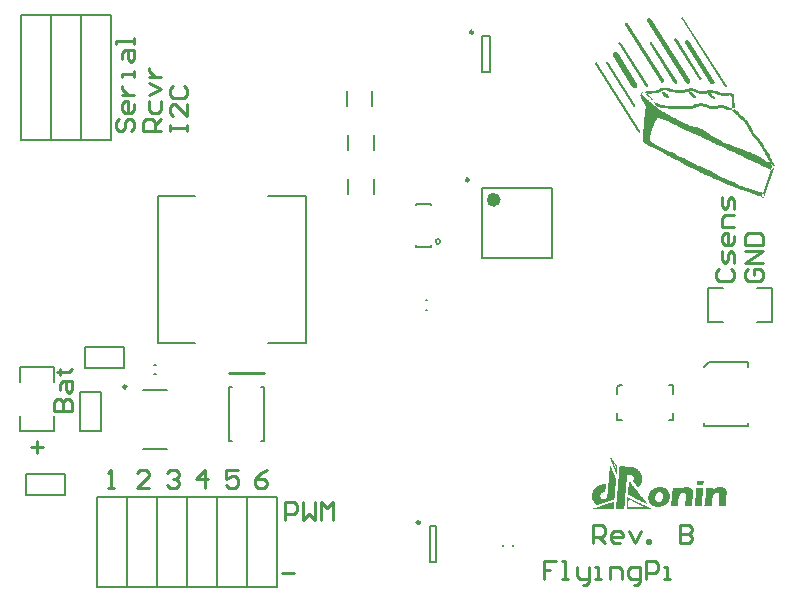
<source format=gto>
G04 Layer_Color=15132400*
%FSLAX25Y25*%
%MOIN*%
G70*
G01*
G75*
%ADD36C,0.01000*%
%ADD57C,0.00500*%
%ADD58C,0.00984*%
%ADD59C,0.02362*%
%ADD60C,0.00800*%
%ADD61C,0.00787*%
%ADD62C,0.00600*%
G36*
X231832Y210745D02*
X231945Y210689D01*
X232115Y210519D01*
X232171Y210463D01*
X245110Y190066D01*
X245166Y189897D01*
Y189840D01*
X245223Y189727D01*
Y189671D01*
X245166Y189388D01*
X245110Y189219D01*
X245053Y189106D01*
X244997Y189049D01*
X244827Y188936D01*
X244658Y188880D01*
X244488D01*
X244206Y188936D01*
X244093D01*
X243923Y189106D01*
X243867Y189219D01*
X230928Y209615D01*
X230872Y209728D01*
X230815Y209785D01*
Y209954D01*
Y210011D01*
X230872Y210237D01*
X230928Y210406D01*
X230985Y210519D01*
Y210576D01*
X231154Y210689D01*
X231380Y210802D01*
X231606D01*
X231832Y210745D01*
D02*
G37*
G36*
X232510Y202722D02*
X232680Y202609D01*
X232736Y202553D01*
X240872Y189614D01*
X240929Y189558D01*
Y189501D01*
X240985Y189445D01*
Y189388D01*
Y189219D01*
X240929Y189106D01*
X240872Y188993D01*
X240816D01*
X240646Y188880D01*
X240533D01*
X240364Y188936D01*
X240307D01*
X240138Y189049D01*
X240081Y189106D01*
X231945Y201988D01*
X231889Y202044D01*
X231832Y202101D01*
Y202214D01*
Y202270D01*
X231889Y202553D01*
X231945Y202609D01*
X232058Y202722D01*
X232171Y202779D01*
X232454D01*
X232510Y202722D01*
D02*
G37*
G36*
X244488Y203400D02*
X244601Y203344D01*
X244884Y203231D01*
X244940Y203174D01*
Y203118D01*
X253359Y189897D01*
X253415Y189784D01*
Y189727D01*
X253472Y189558D01*
Y189501D01*
X253415Y189219D01*
X253359Y189049D01*
X253246Y188936D01*
X253189Y188880D01*
X253020Y188767D01*
X252850Y188710D01*
X252681D01*
X252398Y188767D01*
X252229D01*
X252059Y188936D01*
X252003Y189049D01*
X243641Y202270D01*
X243584Y202383D01*
X243528Y202440D01*
Y202666D01*
Y202722D01*
X243584Y202948D01*
X243641Y203061D01*
X243697Y203174D01*
Y203231D01*
X243867Y203344D01*
X244036Y203457D01*
X244262D01*
X244488Y203400D01*
D02*
G37*
G36*
X219930Y49171D02*
X219896Y48948D01*
X219879Y48777D01*
X219862Y48605D01*
Y48485D01*
X219844Y48417D01*
Y48382D01*
X219810Y47937D01*
X219793Y47732D01*
X219776Y47543D01*
X219759Y47389D01*
Y47252D01*
X219742Y47183D01*
Y47149D01*
X212650D01*
X212992Y47269D01*
X213335Y47372D01*
X213643Y47492D01*
X213917Y47577D01*
X214140Y47663D01*
X214329Y47732D01*
X214397Y47749D01*
X214448Y47766D01*
X214466Y47783D01*
X214483D01*
X214825Y47903D01*
X215151Y48006D01*
X215459Y48108D01*
X215733Y48194D01*
X215956Y48280D01*
X216144Y48331D01*
X216213Y48348D01*
X216264Y48365D01*
X216281Y48382D01*
X216299D01*
X216641Y48502D01*
X216984Y48605D01*
X217292Y48708D01*
X217566Y48811D01*
X217789Y48879D01*
X217977Y48948D01*
X218046Y48965D01*
X218097Y48982D01*
X218114Y48999D01*
X218131D01*
X218474Y49119D01*
X218799Y49222D01*
X219108Y49325D01*
X219382Y49427D01*
X219622Y49496D01*
X219810Y49564D01*
X219879Y49582D01*
X219930Y49599D01*
X219947Y49616D01*
X219964D01*
X219930Y49171D01*
D02*
G37*
G36*
X240703Y203965D02*
X240816Y203852D01*
X240872Y203796D01*
X249065Y190914D01*
X249121Y190857D01*
Y190801D01*
Y190688D01*
Y190631D01*
Y190462D01*
X249065Y190349D01*
X249008Y190292D01*
X248952Y190236D01*
X248726Y190123D01*
X248613D01*
X248443Y190179D01*
X248387D01*
X248330Y190292D01*
X248274Y190349D01*
X240025Y203287D01*
Y203344D01*
X239968D01*
Y203513D01*
Y203570D01*
X240025Y203796D01*
X240081Y203852D01*
X240194Y203965D01*
X240307Y204022D01*
X240646D01*
X240703Y203965D01*
D02*
G37*
G36*
X224318Y209107D02*
X224431Y208994D01*
X224487Y208937D01*
Y208881D01*
X236522Y190010D01*
Y189897D01*
Y189840D01*
X236578Y189727D01*
Y189671D01*
Y189501D01*
X236522Y189388D01*
X236465Y189332D01*
X236409Y189275D01*
X236296Y189162D01*
X236183Y189106D01*
X236070D01*
X235844Y189162D01*
X235731D01*
X235674Y189219D01*
X235561Y189332D01*
X235505Y189388D01*
Y189445D01*
X223527Y208316D01*
X223470Y208372D01*
Y208429D01*
Y208542D01*
Y208598D01*
X223527Y208881D01*
X223583Y208994D01*
X223696Y209107D01*
X223866Y209163D01*
X224261D01*
X224318Y209107D01*
D02*
G37*
G36*
X242850Y211028D02*
X242963Y210971D01*
X243019Y210915D01*
X257427Y188202D01*
Y188145D01*
Y188089D01*
Y188032D01*
X257370Y187863D01*
X257314Y187806D01*
X257201Y187693D01*
X257088D01*
X256975Y187750D01*
X256918D01*
X256862Y187806D01*
X256805Y187863D01*
X242454Y210576D01*
X242398Y210632D01*
Y210689D01*
Y210745D01*
X242454Y210915D01*
Y210971D01*
X242624Y211084D01*
X242793D01*
X242850Y211028D01*
D02*
G37*
G36*
X237595Y187524D02*
X238386Y187411D01*
X238669Y187354D01*
X238895Y187241D01*
X239064Y187185D01*
X239121D01*
X240025Y186902D01*
X240420Y186789D01*
X240816Y186733D01*
X241098Y186676D01*
X241324Y186620D01*
X242285D01*
X242511Y186676D01*
X242624D01*
X243019Y186789D01*
X243415Y186846D01*
X243641Y186959D01*
X243754D01*
X244149Y187072D01*
X244545Y187185D01*
X244771Y187298D01*
X244884D01*
X245336Y187411D01*
X246070D01*
X246409Y187298D01*
X246692Y187185D01*
X246918Y187128D01*
X246974Y187072D01*
X247257Y186959D01*
X247483Y186846D01*
X247652Y186789D01*
X247709Y186733D01*
X247991Y186620D01*
X248217Y186507D01*
X248330Y186450D01*
X248387D01*
X248669Y186394D01*
X248895Y186337D01*
X249065Y186281D01*
X249799D01*
X250082Y186394D01*
X250308Y186450D01*
X250477Y186507D01*
X250534D01*
X250816Y186620D01*
X251099Y186733D01*
X251325Y186789D01*
X251381D01*
X251833Y186846D01*
X252229D01*
X252511Y186789D01*
X252624D01*
X253472Y186563D01*
X253867Y186450D01*
X254206Y186394D01*
X254432Y186281D01*
X254658Y186168D01*
X254771Y186111D01*
X254828D01*
X255562Y185829D01*
X256240Y185716D01*
X256466Y185659D01*
X256692Y185603D01*
X256862D01*
X257088Y185659D01*
X257201D01*
X257483Y185716D01*
X257596Y185772D01*
X257653D01*
X258048Y185885D01*
X258726D01*
X258952Y185829D01*
X259009D01*
X259178Y185772D01*
X259348Y185659D01*
X259404Y185603D01*
X259461Y185546D01*
X259743Y185320D01*
X259856Y185264D01*
Y185207D01*
X259913Y184868D01*
X259969Y184755D01*
Y184699D01*
X260026Y184416D01*
X260082Y184303D01*
Y184247D01*
Y183908D01*
Y183625D01*
Y183399D01*
Y183343D01*
Y183060D01*
Y182891D01*
Y182778D01*
Y182721D01*
X260139Y182552D01*
Y182382D01*
X260195Y182213D01*
Y182156D01*
X260252Y181874D01*
Y181591D01*
Y181422D01*
Y181309D01*
X260195Y181026D01*
X260139Y180970D01*
Y180913D01*
X260082Y180631D01*
X260026Y180687D01*
X259969Y180744D01*
X259800D01*
X259743Y180800D01*
X259517D01*
X259404Y180744D01*
X259291Y180631D01*
X259235Y180518D01*
X259178Y180292D01*
Y180235D01*
X259235Y180066D01*
X259291Y180009D01*
X259319Y179981D01*
X259235Y179953D01*
X258387D01*
X258161Y180009D01*
X258048D01*
X257709Y180122D01*
X257427Y180235D01*
X257201Y180348D01*
X257144D01*
X256862Y180518D01*
X256579Y180631D01*
X256353Y180687D01*
X256297D01*
X256014Y180800D01*
X255788Y180857D01*
X255054D01*
X254941Y180800D01*
X254884D01*
X254602Y180744D01*
X254489Y180687D01*
X254432D01*
X254150Y180574D01*
X253924Y180518D01*
X253754Y180461D01*
X253698D01*
X253415Y180405D01*
X252737D01*
X252285Y180461D01*
X251890Y180574D01*
X251607Y180631D01*
X251494Y180687D01*
X251099Y180857D01*
X250760Y180970D01*
X250534Y181083D01*
X250477D01*
X250082Y181252D01*
X249743Y181309D01*
X249517Y181365D01*
X249460D01*
X249178Y181422D01*
X248613D01*
X247878Y181252D01*
X247200Y181026D01*
X246918Y180913D01*
X246692Y180857D01*
X246579Y180800D01*
X246522D01*
X245731Y180574D01*
X244997Y180461D01*
X244714Y180405D01*
X240307D01*
X239516Y180461D01*
X238838Y180518D01*
X238273Y180574D01*
X237765Y180631D01*
X237426Y180687D01*
X237143Y180744D01*
X237087D01*
X236578Y180800D01*
X236126D01*
X235844Y180857D01*
X235731D01*
X235222Y180970D01*
X234601Y181139D01*
X234375Y181196D01*
X234149Y181309D01*
X234036Y181365D01*
X234019D01*
X233923Y181535D01*
X233810Y181648D01*
Y181704D01*
X233640Y182100D01*
X233471Y182382D01*
X233301Y182891D01*
X233245Y183004D01*
X233075Y183117D01*
X232849Y183286D01*
X232567Y183512D01*
X232510Y183569D01*
X232341Y183738D01*
X232115Y183964D01*
X231832Y184247D01*
X231776Y184303D01*
X231550Y184473D01*
X231324Y184699D01*
X231098Y184868D01*
X231041Y184925D01*
X230985Y185038D01*
X230646Y185320D01*
X230872D01*
X230928Y185377D01*
X231211D01*
X231315Y185403D01*
X231154Y185546D01*
X230702Y185885D01*
X230307Y186055D01*
X229968Y186111D01*
X230307Y186224D01*
X230646Y186281D01*
X230872Y186337D01*
X230985D01*
X231437Y186394D01*
X231776D01*
X232058Y186450D01*
X232171D01*
X232623Y186507D01*
X233584D01*
X233810Y186563D01*
X233979Y186620D01*
X234036D01*
X234318Y186733D01*
X234544Y186846D01*
X234770Y186959D01*
X234827D01*
X235109Y187128D01*
X235392Y187298D01*
X235618Y187354D01*
X235674Y187411D01*
X236070Y187524D01*
X236409Y187580D01*
X236748D01*
X237595Y187524D01*
D02*
G37*
G36*
X214091Y195942D02*
X214204Y195886D01*
Y195829D01*
X228612Y173173D01*
Y173060D01*
Y173003D01*
X228668Y172947D01*
Y172890D01*
X228612Y172721D01*
X228555Y172664D01*
X228442Y172551D01*
X228329D01*
X228160Y172608D01*
X228103D01*
X228047Y172664D01*
X227990Y172721D01*
X213583Y195434D01*
Y195490D01*
X213526Y195547D01*
Y195603D01*
X213583Y195829D01*
X213639Y195886D01*
X213809Y195999D01*
X214035D01*
X214091Y195942D01*
D02*
G37*
G36*
X229629Y186055D02*
X229572D01*
X229459Y185998D01*
X229290Y185885D01*
X229233Y185829D01*
X229177Y185603D01*
Y185546D01*
Y185377D01*
X229233Y185320D01*
X229346Y185264D01*
X229403Y185207D01*
X229572Y185038D01*
X229911Y184699D01*
X230024Y184586D01*
X230307Y184360D01*
X230702Y183964D01*
X231211Y183512D01*
X231267Y183456D01*
X231437Y183286D01*
X231663Y183060D01*
X231945Y182834D01*
X232002Y182778D01*
X232171Y182608D01*
X232454Y182439D01*
X232736Y182213D01*
X232793Y182156D01*
X232962Y182043D01*
X233358Y181704D01*
X233414Y181648D01*
X233584Y181591D01*
X233979Y181365D01*
X234019D01*
X234149Y181139D01*
X234431Y180687D01*
X234657Y180518D01*
X234827Y180348D01*
X234883D01*
X234940Y180292D01*
X235166Y180179D01*
X235505Y179953D01*
X236013Y179670D01*
X236352Y179501D01*
X236748Y179275D01*
X237200Y179049D01*
X237708Y178710D01*
X238273Y178427D01*
X238895Y178032D01*
X238951D01*
X239064Y177919D01*
X239234Y177862D01*
X239516Y177693D01*
X239855Y177523D01*
X240194Y177354D01*
X241098Y176902D01*
X242059Y176393D01*
X243132Y175828D01*
X244206Y175320D01*
X245279Y174868D01*
X245336D01*
X245449Y174811D01*
X245675Y174755D01*
X245901Y174698D01*
X246522Y174585D01*
X247200Y174472D01*
X247370D01*
X247539Y174416D01*
X247822Y174359D01*
X248161Y174246D01*
X248500Y174133D01*
X248952Y173907D01*
X249404Y173681D01*
X249460D01*
X249630Y173568D01*
X249912Y173399D01*
X250251Y173173D01*
X250760Y172890D01*
X251268Y172551D01*
X251946Y172099D01*
X252624Y171591D01*
X252737Y171534D01*
X252963Y171365D01*
X253359Y171082D01*
X253924Y170743D01*
X254545Y170404D01*
X255223Y170009D01*
X256749Y169218D01*
X256862Y169161D01*
X257144Y169048D01*
X257540Y168879D01*
X258161Y168653D01*
X258896Y168370D01*
X259687Y168031D01*
X260647Y167692D01*
X261664Y167353D01*
X261721D01*
X261777Y167297D01*
X262116Y167184D01*
X262681Y167014D01*
X263303Y166788D01*
X263981Y166506D01*
X264715Y166223D01*
X265393Y165941D01*
X266015Y165658D01*
X266071Y165602D01*
X266297Y165545D01*
X266693Y165319D01*
X267201Y165093D01*
X267823Y164754D01*
X268614Y164302D01*
X269518Y163794D01*
X270535Y163172D01*
X270591D01*
X270648Y163116D01*
X270987Y162890D01*
X271439Y162664D01*
X272004Y162325D01*
X272199Y162227D01*
X272173Y162268D01*
X272060Y162494D01*
X271947Y162720D01*
X271891Y162833D01*
X271834Y162890D01*
X271326Y163850D01*
X271043Y164359D01*
X270817Y164754D01*
X270591Y165150D01*
X270422Y165432D01*
X270309Y165658D01*
X270252Y165715D01*
X269913Y166336D01*
X269631Y166845D01*
X269461Y167071D01*
X269405Y167240D01*
X269292Y167297D01*
Y167353D01*
X268953Y167975D01*
X268670Y168427D01*
X268444Y168766D01*
X268331Y168822D01*
Y168879D01*
X268049Y169331D01*
X267766Y169726D01*
X267597Y169952D01*
X267540Y170009D01*
X267314Y170348D01*
X267145Y170517D01*
X267032Y170630D01*
X266636Y171026D01*
X266297Y171421D01*
X266071Y171760D01*
X265958Y171817D01*
Y171873D01*
X265619Y172438D01*
X265280Y173003D01*
X265167Y173229D01*
X265054Y173342D01*
X264998Y173455D01*
Y173512D01*
X264659Y174133D01*
X264376Y174642D01*
X264150Y174981D01*
X264094Y175037D01*
Y175094D01*
X263811Y175546D01*
X263585Y175885D01*
X263472Y176054D01*
X263416Y176111D01*
X263133Y176393D01*
X262738Y176789D01*
X262003Y177523D01*
X261608Y177862D01*
X261325Y178145D01*
X261099Y178314D01*
X261043Y178371D01*
X260478Y178879D01*
X260082Y179275D01*
X259743Y179557D01*
X259574Y179783D01*
X259461Y179896D01*
X259404Y179953D01*
X259348D01*
X259319Y179981D01*
X259574Y180066D01*
X259630Y180122D01*
X259743Y180179D01*
X260026Y180461D01*
Y180518D01*
X260082Y180631D01*
X260308Y180461D01*
X260534Y180179D01*
X260873Y179896D01*
X261156Y179614D01*
X261438Y179331D01*
X261608Y179162D01*
X261664Y179105D01*
X262229Y178540D01*
X262738Y178088D01*
X263190Y177693D01*
X263529Y177354D01*
X263755Y177071D01*
X263981Y176902D01*
X264037Y176789D01*
X264094Y176732D01*
X264433Y176393D01*
X264715Y175998D01*
X264885Y175659D01*
X264941Y175602D01*
Y175546D01*
X265280Y174981D01*
X265563Y174416D01*
X265619Y174246D01*
X265732Y174077D01*
X265789Y173964D01*
Y173907D01*
X266128Y173342D01*
X266410Y172890D01*
X266636Y172495D01*
X266693Y172438D01*
Y172382D01*
X267032Y171930D01*
X267371Y171591D01*
X267597Y171421D01*
X267653Y171365D01*
X267879Y171139D01*
X268105Y170913D01*
X268275Y170743D01*
X268331Y170630D01*
X268614Y170235D01*
X268896Y169839D01*
X269122Y169500D01*
X269179Y169444D01*
Y169387D01*
X269518Y168879D01*
X269800Y168370D01*
X270026Y168031D01*
X270083Y167918D01*
Y167862D01*
X270478Y167240D01*
X270761Y166675D01*
X270930Y166506D01*
X270987Y166336D01*
X271100Y166223D01*
Y166167D01*
X271778Y165037D01*
X272060Y164528D01*
X272286Y164076D01*
X272456Y163681D01*
X272625Y163398D01*
X272682Y163229D01*
X272738Y163172D01*
X272964Y162720D01*
X273190Y162381D01*
X273303Y162155D01*
X273360Y161986D01*
X273416Y161873D01*
X273473Y161816D01*
Y161760D01*
X273529Y161703D01*
Y161647D01*
Y161590D01*
Y161534D01*
Y161477D01*
X270083Y151138D01*
X269970Y150968D01*
X269913Y150912D01*
X269744Y150799D01*
X269631D01*
X269461Y150855D01*
X269405Y150912D01*
X269292Y150968D01*
X269179Y151138D01*
Y151185D01*
X269122Y151194D01*
X268670Y151307D01*
X267992Y151477D01*
X267201Y151759D01*
X267088Y151816D01*
X266806Y151929D01*
X266297Y152098D01*
X265619Y152324D01*
X264772Y152607D01*
X263811Y153002D01*
X262681Y153398D01*
X261495Y153850D01*
X261438D01*
X261325Y153906D01*
X261156Y153963D01*
X260930Y154076D01*
X260591Y154189D01*
X260252Y154302D01*
X259404Y154697D01*
X258331Y155093D01*
X257144Y155545D01*
X255901Y156110D01*
X254545Y156675D01*
X254489D01*
X254376Y156731D01*
X254206Y156844D01*
X253924Y156957D01*
X253641Y157070D01*
X253246Y157240D01*
X252398Y157635D01*
X251438Y158087D01*
X250364Y158539D01*
X249291Y159048D01*
X248274Y159556D01*
X248217D01*
X248161Y159613D01*
X247822Y159782D01*
X247257Y160065D01*
X246579Y160404D01*
X245788Y160799D01*
X244940Y161251D01*
X243019Y162212D01*
X242906Y162268D01*
X242567Y162438D01*
X242115Y162720D01*
X241494Y163059D01*
X240759Y163455D01*
X239968Y163907D01*
X238330Y164754D01*
X238217Y164811D01*
X237991Y164924D01*
X237595Y165150D01*
X237087Y165432D01*
X236522Y165715D01*
X235957Y166054D01*
X235335Y166393D01*
X234770Y166675D01*
X234714Y166732D01*
X234544Y166788D01*
X234262Y166958D01*
X233979Y167127D01*
X233358Y167466D01*
X233075Y167579D01*
X232906Y167692D01*
X232849D01*
X232736Y167749D01*
X232567Y167805D01*
X232341Y167918D01*
X231719Y168201D01*
X230872Y168596D01*
X230815Y168653D01*
X230702Y168709D01*
X230307Y169048D01*
X229855Y169500D01*
X229742Y169783D01*
X229629Y170065D01*
Y170122D01*
Y170235D01*
Y170461D01*
X229572Y170800D01*
Y171195D01*
X229629Y171647D01*
Y172212D01*
X229685Y172890D01*
Y173003D01*
X229742Y173229D01*
Y173625D01*
X229798Y174077D01*
X229855Y174698D01*
X229911Y175320D01*
X230024Y176789D01*
Y176902D01*
X230081Y177128D01*
Y177523D01*
X230137Y177975D01*
X230194Y178540D01*
X230307Y179162D01*
X230420Y180348D01*
Y180405D01*
Y180574D01*
X230476Y180857D01*
Y181139D01*
Y181478D01*
X230420Y181761D01*
Y181930D01*
X230307Y182043D01*
X230250Y182100D01*
X230137Y182213D01*
X230024Y182439D01*
X229855Y182665D01*
X229629Y183004D01*
X229403Y183456D01*
X229064Y183964D01*
X229007Y184021D01*
X228951Y184247D01*
X228838Y184473D01*
X228781Y184812D01*
X228725Y185151D01*
X228781Y185490D01*
X228951Y185772D01*
X229233Y185998D01*
X229290D01*
X229403Y186055D01*
X229629Y186111D01*
X229798D01*
X229629Y186055D01*
D02*
G37*
G36*
X222001Y202666D02*
X222058Y202609D01*
X222114Y202553D01*
X231154Y188315D01*
X231211Y188202D01*
Y188145D01*
X231267Y188089D01*
Y188032D01*
X231211Y187806D01*
X231154Y187750D01*
X230985Y187637D01*
X230872D01*
X230759Y187693D01*
X230702D01*
X230646Y187806D01*
X230589Y187863D01*
X221493Y202101D01*
X221436Y202157D01*
X221380Y202214D01*
Y202270D01*
Y202327D01*
Y202496D01*
X221436Y202553D01*
X221493Y202609D01*
X221719Y202722D01*
X221945D01*
X222001Y202666D01*
D02*
G37*
G36*
X220758Y199332D02*
X220815Y199276D01*
X220871Y199219D01*
X221097Y199050D01*
X221154Y198993D01*
Y198937D01*
X227595Y188823D01*
X227651Y188654D01*
Y188597D01*
X227708Y188428D01*
Y188371D01*
X227651Y188089D01*
X227595Y187863D01*
X227482Y187750D01*
X227425Y187693D01*
X227256Y187580D01*
X227030Y187524D01*
X226860Y187467D01*
X226804D01*
X226521Y187524D01*
X226408Y187580D01*
X226352D01*
X226126Y187750D01*
X226069Y187863D01*
X219685Y197976D01*
X219628Y198089D01*
X219572Y198202D01*
X219515Y198428D01*
Y198485D01*
X219572Y198711D01*
X219628Y198937D01*
X219685Y199050D01*
X219741Y199106D01*
X219967Y199276D01*
X220137Y199332D01*
X220306Y199389D01*
X220589D01*
X220758Y199332D01*
D02*
G37*
G36*
X217651Y196225D02*
X217764Y196168D01*
X217820Y196112D01*
X226860Y181817D01*
X226917Y181704D01*
Y181648D01*
Y181591D01*
X226860Y181365D01*
X226804Y181309D01*
X226634Y181196D01*
X226578D01*
X226408Y181252D01*
X226352D01*
X226295Y181309D01*
X226239Y181365D01*
X217142Y195660D01*
Y195716D01*
X217086D01*
Y195773D01*
Y195829D01*
X217142Y196112D01*
X217199Y196168D01*
X217425Y196281D01*
X217594D01*
X217651Y196225D01*
D02*
G37*
G36*
X249719Y54241D02*
Y54155D01*
X249702Y54121D01*
Y54104D01*
X249685Y54018D01*
Y53984D01*
Y53967D01*
X249599Y53419D01*
X249565Y53179D01*
X249548Y52939D01*
X249531Y52751D01*
X249514Y52614D01*
X249497Y52511D01*
Y52494D01*
Y52477D01*
X249445Y51928D01*
X249428Y51689D01*
X249411Y51449D01*
X249394Y51260D01*
Y51123D01*
X249377Y51020D01*
Y51003D01*
Y50986D01*
X249342Y50438D01*
X249325Y50198D01*
X249308Y49959D01*
X249291Y49770D01*
Y49633D01*
X249274Y49530D01*
Y49513D01*
Y49496D01*
X249257Y49222D01*
X249239Y48948D01*
X249222Y48691D01*
X249205Y48485D01*
Y48297D01*
X249188Y48143D01*
Y48057D01*
Y48023D01*
X248743Y48040D01*
X247955D01*
X247509Y48023D01*
X246721D01*
X246739Y48091D01*
Y48160D01*
X246756Y48211D01*
Y48228D01*
X246773Y48297D01*
Y48365D01*
X246790Y48400D01*
Y48417D01*
X246858Y48948D01*
X246893Y49188D01*
X246927Y49410D01*
X246944Y49599D01*
X246961Y49753D01*
X246978Y49839D01*
Y49873D01*
X247013Y50147D01*
X247030Y50404D01*
X247064Y50661D01*
X247081Y50884D01*
X247098Y51055D01*
Y51209D01*
X247115Y51295D01*
Y51329D01*
X247167Y51860D01*
X247184Y52100D01*
X247201Y52322D01*
X247218Y52511D01*
X247235Y52665D01*
Y52751D01*
Y52785D01*
X247252Y53059D01*
X247287Y53333D01*
X247304Y53573D01*
X247321Y53796D01*
X247338Y53984D01*
X247355Y54138D01*
Y54224D01*
Y54258D01*
X247783Y54241D01*
X248160D01*
X248297Y54224D01*
X249154D01*
X249342Y54241D01*
X249702D01*
Y54258D01*
X249719D01*
Y54241D01*
D02*
G37*
G36*
X244597Y54361D02*
X244734Y54344D01*
X244837Y54327D01*
X244854Y54309D01*
X244871D01*
X245043Y54275D01*
X245180Y54241D01*
X245283Y54207D01*
X245300Y54190D01*
X245317D01*
X245539Y54070D01*
X245728Y53950D01*
X245796Y53881D01*
X245848Y53847D01*
X245865Y53813D01*
X245882Y53796D01*
X246036Y53590D01*
X246156Y53367D01*
X246190Y53282D01*
X246207Y53213D01*
X246225Y53162D01*
Y53145D01*
X246259Y52819D01*
X246276Y52665D01*
X246259Y52528D01*
Y52408D01*
Y52322D01*
X246242Y52254D01*
Y52237D01*
X246207Y51894D01*
X246190Y51740D01*
X246173Y51603D01*
Y51500D01*
X246156Y51415D01*
Y51346D01*
Y51329D01*
X246122Y51020D01*
X246105Y50712D01*
X246070Y50421D01*
X246053Y50181D01*
X246019Y49959D01*
X246002Y49787D01*
Y49736D01*
X245985Y49684D01*
Y49667D01*
Y49650D01*
X245951Y49342D01*
X245933Y49051D01*
X245916Y48777D01*
X245899Y48537D01*
X245882Y48314D01*
X245865Y48160D01*
Y48057D01*
Y48040D01*
Y48023D01*
X245437Y48040D01*
X244700D01*
X244272Y48023D01*
X243535D01*
X243569Y48365D01*
X243587Y48537D01*
X243604Y48674D01*
X243621Y48794D01*
X243638Y48896D01*
Y48965D01*
Y48982D01*
X243689Y49342D01*
X243706Y49513D01*
X243724Y49667D01*
X243741Y49787D01*
X243758Y49890D01*
Y49959D01*
Y49976D01*
X243792Y50284D01*
Y50421D01*
X243809Y50541D01*
Y50644D01*
X243826Y50729D01*
Y50781D01*
Y50798D01*
X243844Y51106D01*
X243861Y51243D01*
Y51363D01*
Y51466D01*
X243844Y51552D01*
Y51603D01*
Y51620D01*
X243826Y51809D01*
X243792Y51946D01*
X243741Y52048D01*
X243724Y52065D01*
Y52083D01*
X243621Y52220D01*
X243535Y52322D01*
X243467Y52374D01*
X243432Y52391D01*
X243330Y52442D01*
X243210Y52494D01*
X243004Y52528D01*
X242918D01*
X242850Y52511D01*
X242799D01*
X242576Y52460D01*
X242388Y52374D01*
X242319Y52340D01*
X242268Y52305D01*
X242233Y52288D01*
X242216Y52271D01*
X242045Y52117D01*
X241908Y51946D01*
X241874Y51877D01*
X241839Y51826D01*
X241805Y51791D01*
Y51774D01*
X241702Y51552D01*
X241634Y51363D01*
X241599Y51278D01*
X241582Y51209D01*
X241565Y51175D01*
Y51158D01*
X241462Y50592D01*
X241411Y50318D01*
X241377Y50078D01*
X241360Y49873D01*
X241343Y49719D01*
X241325Y49616D01*
Y49599D01*
Y49582D01*
X241308Y49290D01*
X241274Y48999D01*
X241257Y48742D01*
X241240Y48502D01*
X241223Y48314D01*
X241206Y48160D01*
X241188Y48057D01*
Y48040D01*
Y48023D01*
X240743Y48040D01*
X239989D01*
X239561Y48023D01*
X238807D01*
X238825Y48091D01*
Y48160D01*
X238842Y48211D01*
Y48228D01*
X238859Y48314D01*
X238876Y48382D01*
X238893Y48434D01*
Y48451D01*
X238979Y48982D01*
X239013Y49222D01*
X239047Y49445D01*
X239064Y49633D01*
X239081Y49770D01*
X239099Y49856D01*
Y49890D01*
X239133Y50164D01*
X239167Y50421D01*
X239184Y50678D01*
X239201Y50901D01*
X239236Y51072D01*
Y51226D01*
X239253Y51312D01*
Y51346D01*
X239304Y51877D01*
X239321Y52117D01*
X239338Y52340D01*
X239355Y52528D01*
X239373Y52665D01*
Y52751D01*
Y52785D01*
X239390Y53059D01*
X239424Y53316D01*
X239441Y53573D01*
X239458Y53796D01*
X239475Y53967D01*
X239493Y54121D01*
Y54207D01*
Y54241D01*
X239921Y54224D01*
X240640D01*
X241069Y54241D01*
X241805D01*
X241788Y54104D01*
X241771Y53984D01*
X241754Y53898D01*
Y53881D01*
Y53864D01*
X241737Y53727D01*
X241719Y53607D01*
X241702Y53522D01*
Y53504D01*
Y53487D01*
Y53453D01*
X241719Y53419D01*
X241737Y53402D01*
X241788D01*
X241805Y53419D01*
X241822Y53436D01*
X241942Y53573D01*
X242062Y53676D01*
X242130Y53744D01*
X242165Y53778D01*
X242302Y53881D01*
X242422Y53967D01*
X242507Y54018D01*
X242542Y54035D01*
X242867Y54190D01*
X243021Y54241D01*
X243158Y54275D01*
X243278Y54309D01*
X243364Y54327D01*
X243432Y54344D01*
X243450D01*
X243809Y54378D01*
X243964Y54395D01*
X244426D01*
X244597Y54361D01*
D02*
G37*
G36*
X255680Y54378D02*
X255766D01*
X255989Y54344D01*
X256194Y54292D01*
X256263Y54275D01*
X256331Y54258D01*
X256366Y54241D01*
X256383D01*
X256605Y54155D01*
X256777Y54053D01*
X256845Y54018D01*
X256897Y53984D01*
X256931Y53967D01*
X256948Y53950D01*
X257068Y53830D01*
X257171Y53710D01*
X257239Y53624D01*
X257256Y53607D01*
Y53590D01*
X257359Y53436D01*
X257411Y53282D01*
X257445Y53179D01*
Y53145D01*
Y53127D01*
X257479Y52819D01*
X257496Y52665D01*
Y52545D01*
Y52425D01*
X257479Y52340D01*
Y52288D01*
Y52271D01*
X257445Y51963D01*
X257428Y51826D01*
X257411Y51689D01*
Y51586D01*
X257393Y51483D01*
Y51432D01*
Y51415D01*
X257359Y51106D01*
X257342Y50798D01*
X257308Y50507D01*
X257291Y50250D01*
X257256Y50027D01*
X257239Y49856D01*
Y49787D01*
X257222Y49736D01*
Y49719D01*
Y49701D01*
X257188Y49376D01*
X257171Y49085D01*
X257136Y48794D01*
X257119Y48537D01*
X257102Y48331D01*
Y48160D01*
X257085Y48057D01*
Y48040D01*
Y48023D01*
X256657Y48040D01*
X255115D01*
X254978Y48023D01*
X254755D01*
X254807Y48400D01*
X254824Y48588D01*
X254858Y48742D01*
X254875Y48879D01*
Y48982D01*
X254892Y49051D01*
Y49068D01*
X254944Y49462D01*
X254961Y49650D01*
X254978Y49821D01*
Y49959D01*
X254995Y50061D01*
Y50130D01*
Y50147D01*
X255012Y50455D01*
X255029Y50575D01*
Y50712D01*
X255047Y50798D01*
X255064Y50884D01*
Y50935D01*
Y50952D01*
X255081Y51260D01*
Y51380D01*
Y51517D01*
X255064Y51603D01*
Y51689D01*
X255047Y51740D01*
Y51757D01*
X255012Y51911D01*
X254978Y52031D01*
X254927Y52117D01*
X254909Y52151D01*
X254824Y52271D01*
X254721Y52340D01*
X254670Y52391D01*
X254635Y52408D01*
X254533Y52460D01*
X254413Y52494D01*
X254224Y52528D01*
X254070D01*
X254036Y52511D01*
X254019D01*
X253796Y52460D01*
X253608Y52374D01*
X253539Y52340D01*
X253488Y52305D01*
X253453Y52288D01*
X253436Y52271D01*
X253248Y52100D01*
X253128Y51928D01*
X253077Y51860D01*
X253042Y51791D01*
X253008Y51757D01*
Y51740D01*
X252905Y51517D01*
X252837Y51295D01*
X252802Y51209D01*
X252785Y51140D01*
X252768Y51106D01*
Y51089D01*
X252665Y50524D01*
X252631Y50267D01*
X252597Y50044D01*
X252580Y49839D01*
X252563Y49684D01*
X252546Y49582D01*
Y49564D01*
Y49547D01*
X252529Y49256D01*
X252494Y48982D01*
X252477Y48725D01*
X252460Y48502D01*
X252443Y48297D01*
X252426Y48160D01*
X252409Y48057D01*
Y48040D01*
Y48023D01*
X251963Y48040D01*
X251209D01*
X250781Y48023D01*
X250045D01*
X250062Y48143D01*
Y48177D01*
Y48194D01*
X250079Y48297D01*
X250096Y48331D01*
Y48348D01*
X250165Y48879D01*
X250199Y49119D01*
X250233Y49342D01*
X250267Y49530D01*
X250284Y49684D01*
X250302Y49770D01*
Y49804D01*
X250336Y50078D01*
X250370Y50353D01*
X250404Y50609D01*
X250422Y50832D01*
X250439Y51003D01*
X250456Y51158D01*
X250473Y51243D01*
Y51278D01*
X250490Y51552D01*
X250524Y51826D01*
X250541Y52065D01*
X250558Y52288D01*
X250576Y52477D01*
X250593Y52631D01*
Y52716D01*
Y52751D01*
X250644Y53299D01*
X250661Y53539D01*
X250678Y53778D01*
X250696Y53967D01*
X250713Y54104D01*
Y54207D01*
Y54241D01*
X251141Y54224D01*
X251860D01*
X252289Y54241D01*
X253025D01*
X253008Y54104D01*
X252991Y53984D01*
X252974Y53916D01*
Y53881D01*
Y53761D01*
X252957Y53641D01*
X252940Y53573D01*
Y53539D01*
X252922Y53487D01*
Y53453D01*
X252940Y53436D01*
Y53419D01*
X252974Y53402D01*
X253008Y53385D01*
X253025Y53402D01*
X253179Y53573D01*
X253316Y53710D01*
X253419Y53796D01*
X253436Y53830D01*
X253453D01*
X253625Y53950D01*
X253796Y54035D01*
X253865Y54070D01*
X253899Y54104D01*
X253933Y54121D01*
X253950D01*
X254276Y54241D01*
X254413Y54275D01*
X254550Y54309D01*
X254670Y54344D01*
X254755D01*
X254824Y54361D01*
X254841D01*
X255184Y54395D01*
X255595D01*
X255680Y54378D01*
D02*
G37*
G36*
X218388Y64862D02*
X218645Y64536D01*
X218885Y64228D01*
X219108Y63971D01*
X219296Y63731D01*
X219433Y63560D01*
X219485Y63491D01*
X219519Y63440D01*
X219553Y63423D01*
Y63406D01*
X219827Y63080D01*
X220084Y62755D01*
X220324Y62446D01*
X220547Y62172D01*
X220735Y61949D01*
X220872Y61761D01*
X220924Y61693D01*
X220958Y61641D01*
X220992Y61624D01*
Y61607D01*
X220958Y61110D01*
X220924Y60870D01*
X220906Y60665D01*
X220889Y60476D01*
Y60339D01*
X220872Y60254D01*
Y60219D01*
X220821Y59723D01*
X220804Y59483D01*
X220787Y59277D01*
X220769Y59089D01*
Y58952D01*
X220752Y58866D01*
Y58832D01*
X220632Y59123D01*
X220513Y59414D01*
X220393Y59671D01*
X220290Y59911D01*
X220204Y60117D01*
X220136Y60271D01*
X220101Y60374D01*
X220084Y60408D01*
X219964Y60716D01*
X219844Y60990D01*
X219742Y61264D01*
X219639Y61504D01*
X219553Y61710D01*
X219485Y61864D01*
X219450Y61967D01*
X219433Y62001D01*
X219313Y62309D01*
X219194Y62583D01*
X219091Y62857D01*
X218988Y63097D01*
X218902Y63303D01*
X218834Y63457D01*
X218799Y63560D01*
X218782Y63594D01*
X218662Y63885D01*
X218543Y64176D01*
X218440Y64451D01*
X218337Y64690D01*
X218251Y64896D01*
X218183Y65050D01*
X218148Y65153D01*
X218131Y65170D01*
Y65187D01*
X218388Y64862D01*
D02*
G37*
G36*
X249856Y56536D02*
X249822Y56279D01*
X249788Y56074D01*
Y55971D01*
X249770Y55903D01*
Y55868D01*
Y55851D01*
X249753Y55611D01*
X249736Y55389D01*
X249719Y55303D01*
Y55234D01*
Y55200D01*
Y55183D01*
X247458D01*
X247475Y55440D01*
X247492Y55663D01*
Y55748D01*
X247509Y55817D01*
Y55851D01*
Y55868D01*
X247527Y56125D01*
X247544Y56348D01*
Y56434D01*
Y56502D01*
Y56536D01*
Y56554D01*
X247955Y56536D01*
X249291D01*
X249462Y56554D01*
X249856D01*
Y56536D01*
D02*
G37*
G36*
X222106Y61367D02*
X222448Y61350D01*
X222757Y61316D01*
X223031Y61299D01*
X223270Y61281D01*
X223459Y61264D01*
X223527Y61247D01*
X223613D01*
X223956Y61213D01*
X224298Y61196D01*
X224607Y61162D01*
X224881Y61144D01*
X225103Y61110D01*
X225292Y61093D01*
X225360D01*
X225412Y61076D01*
X225617D01*
X225652Y61059D01*
X225960Y61024D01*
X226114Y61007D01*
X226234Y60990D01*
X226354Y60956D01*
X226439Y60939D01*
X226491Y60922D01*
X226508D01*
X226816Y60819D01*
X226953Y60768D01*
X227073Y60699D01*
X227176Y60665D01*
X227245Y60613D01*
X227296Y60596D01*
X227313Y60579D01*
X227553Y60425D01*
X227776Y60271D01*
X227844Y60219D01*
X227913Y60168D01*
X227947Y60134D01*
X227964Y60117D01*
X228187Y59911D01*
X228375Y59705D01*
X228444Y59620D01*
X228495Y59551D01*
X228529Y59517D01*
X228547Y59500D01*
X228683Y59294D01*
X228786Y59106D01*
X228838Y59020D01*
X228855Y58952D01*
X228889Y58917D01*
Y58900D01*
X229009Y58678D01*
X229095Y58455D01*
X229129Y58369D01*
X229146Y58301D01*
X229163Y58267D01*
Y58249D01*
X229232Y57924D01*
X229266Y57770D01*
X229283Y57633D01*
Y57513D01*
X229300Y57427D01*
Y57359D01*
Y57341D01*
Y56999D01*
Y56845D01*
X229283Y56708D01*
X229266Y56588D01*
X229249Y56502D01*
X229232Y56434D01*
Y56416D01*
X229180Y56194D01*
X229112Y56005D01*
X229078Y55920D01*
X229060Y55868D01*
X229043Y55834D01*
Y55817D01*
X228958Y55611D01*
X228872Y55440D01*
X228838Y55372D01*
X228820Y55320D01*
X228786Y55286D01*
Y55269D01*
X228649Y55063D01*
X228512Y54892D01*
X228461Y54823D01*
X228427Y54772D01*
X228409Y54738D01*
X228392Y54721D01*
X228238Y54549D01*
X228101Y54412D01*
X227998Y54327D01*
X227964Y54292D01*
X227947D01*
X227639Y54686D01*
X227484Y54875D01*
X227364Y55046D01*
X227245Y55183D01*
X227159Y55286D01*
X227108Y55354D01*
X227090Y55372D01*
X226782Y55765D01*
X226628Y55937D01*
X226508Y56108D01*
X226388Y56245D01*
X226302Y56348D01*
X226251Y56416D01*
X226234Y56434D01*
X226320Y56554D01*
X226405Y56656D01*
X226439Y56742D01*
X226457Y56776D01*
X226508Y56913D01*
X226542Y57050D01*
X226559Y57153D01*
Y57170D01*
Y57187D01*
Y57307D01*
X226542Y57427D01*
X226491Y57633D01*
X226457Y57701D01*
X226439Y57753D01*
X226405Y57787D01*
Y57804D01*
X226285Y57992D01*
X226148Y58130D01*
X226045Y58215D01*
X226028Y58249D01*
X226011D01*
X225857Y58335D01*
X225720Y58386D01*
X225566Y58421D01*
X225429Y58455D01*
X225326Y58472D01*
X225155D01*
X224829Y58489D01*
X224675D01*
X224555Y58506D01*
X224435Y58523D01*
X224350D01*
X224298Y58541D01*
X224281D01*
X224247Y58010D01*
X224195Y57496D01*
X224161Y56999D01*
X224127Y56571D01*
X224110Y56382D01*
X224093Y56211D01*
X224076Y56057D01*
X224058Y55920D01*
Y55817D01*
X224041Y55748D01*
Y55697D01*
Y55680D01*
X223990Y55149D01*
X223956Y54652D01*
X223921Y54155D01*
X223870Y53727D01*
X223853Y53539D01*
Y53367D01*
X223836Y53213D01*
X223819Y53076D01*
Y52973D01*
X223801Y52905D01*
Y52853D01*
Y52836D01*
X223750Y52305D01*
X223716Y51791D01*
X223664Y51312D01*
X223630Y50884D01*
X223613Y50695D01*
X223596Y50524D01*
X223579Y50370D01*
X223562Y50233D01*
Y50130D01*
X223545Y50061D01*
Y50010D01*
Y49993D01*
X223493Y49462D01*
X223459Y48948D01*
X223425Y48468D01*
X223373Y48040D01*
X223356Y47851D01*
Y47680D01*
X223339Y47526D01*
X223322Y47389D01*
Y47286D01*
X223305Y47218D01*
Y47166D01*
Y47149D01*
X220564D01*
X220615Y47817D01*
X220667Y48451D01*
X220718Y49051D01*
X220735Y49325D01*
X220769Y49599D01*
X220787Y49821D01*
X220804Y50044D01*
X220821Y50233D01*
X220838Y50387D01*
Y50524D01*
X220855Y50609D01*
Y50678D01*
Y50695D01*
X220906Y51363D01*
X220975Y51997D01*
X221026Y52614D01*
X221043Y52888D01*
X221061Y53145D01*
X221095Y53385D01*
X221112Y53607D01*
X221129Y53796D01*
Y53950D01*
X221146Y54087D01*
X221163Y54172D01*
Y54241D01*
Y54258D01*
X221215Y54926D01*
X221283Y55577D01*
X221335Y56177D01*
X221352Y56468D01*
X221369Y56725D01*
X221403Y56965D01*
X221420Y57187D01*
X221438Y57376D01*
Y57530D01*
X221455Y57667D01*
X221472Y57753D01*
Y57821D01*
Y57838D01*
X221523Y58506D01*
X221574Y59140D01*
X221626Y59757D01*
X221660Y60031D01*
X221677Y60288D01*
X221694Y60528D01*
X221712Y60750D01*
X221729Y60939D01*
X221746Y61093D01*
Y61230D01*
X221763Y61316D01*
Y61384D01*
Y61401D01*
X222106Y61367D01*
D02*
G37*
G36*
X224812Y50918D02*
X225172Y50747D01*
X225497Y50575D01*
X225806Y50421D01*
X226063Y50301D01*
X226165Y50250D01*
X226251Y50198D01*
X226320Y50164D01*
X226371Y50130D01*
X226405Y50113D01*
X226422D01*
X226799Y49924D01*
X227159Y49753D01*
X227484Y49582D01*
X227793Y49427D01*
X228050Y49308D01*
X228152Y49256D01*
X228238Y49205D01*
X228307Y49171D01*
X228358Y49136D01*
X228392Y49119D01*
X228409D01*
X228786Y48931D01*
X229146Y48759D01*
X229471Y48588D01*
X229780Y48451D01*
X230037Y48314D01*
X230140Y48263D01*
X230225Y48228D01*
X230294Y48194D01*
X230345Y48160D01*
X230379Y48143D01*
X230397D01*
X230773Y47954D01*
X231116Y47783D01*
X231459Y47612D01*
X231750Y47458D01*
X232007Y47338D01*
X232109Y47286D01*
X232195Y47235D01*
X232264Y47201D01*
X232315Y47166D01*
X232349Y47149D01*
X224110D01*
X224144Y47526D01*
X224178Y47869D01*
X224195Y48211D01*
X224230Y48502D01*
X224247Y48759D01*
X224264Y48862D01*
Y48948D01*
X224281Y49016D01*
Y49068D01*
Y49102D01*
Y49119D01*
X224315Y49496D01*
X224350Y49856D01*
X224367Y50181D01*
X224384Y50489D01*
X224418Y50747D01*
Y50849D01*
Y50935D01*
X224435Y51003D01*
Y51055D01*
Y51089D01*
Y51106D01*
X224812Y50918D01*
D02*
G37*
G36*
X235587Y54378D02*
X235672D01*
X235981Y54344D01*
X236135Y54309D01*
X236255Y54275D01*
X236358Y54258D01*
X236443Y54224D01*
X236495Y54207D01*
X236512D01*
X236803Y54104D01*
X236940Y54035D01*
X237060Y53984D01*
X237146Y53933D01*
X237214Y53898D01*
X237266Y53881D01*
X237283Y53864D01*
X237523Y53693D01*
X237728Y53522D01*
X237797Y53453D01*
X237848Y53385D01*
X237882Y53350D01*
X237899Y53333D01*
X238088Y53093D01*
X238225Y52871D01*
X238259Y52768D01*
X238293Y52699D01*
X238328Y52648D01*
Y52631D01*
X238396Y52442D01*
X238448Y52254D01*
X238482Y52083D01*
X238516Y51928D01*
X238533Y51791D01*
X238550Y51671D01*
Y51603D01*
Y51586D01*
Y51209D01*
X238533Y51020D01*
X238516Y50866D01*
X238499Y50747D01*
X238482Y50644D01*
X238465Y50575D01*
Y50558D01*
X238413Y50335D01*
X238362Y50147D01*
X238328Y50061D01*
X238311Y50010D01*
X238293Y49976D01*
Y49959D01*
X238208Y49770D01*
X238122Y49599D01*
X238088Y49530D01*
X238071Y49479D01*
X238036Y49462D01*
Y49445D01*
X237865Y49222D01*
X237711Y49033D01*
X237643Y48965D01*
X237608Y48913D01*
X237574Y48879D01*
X237557Y48862D01*
X237368Y48691D01*
X237180Y48537D01*
X237111Y48485D01*
X237043Y48451D01*
X237009Y48434D01*
X236992Y48417D01*
X236735Y48280D01*
X236512Y48177D01*
X236409Y48143D01*
X236341Y48108D01*
X236289Y48091D01*
X236272D01*
X235998Y48023D01*
X235775Y47971D01*
X235672Y47954D01*
X235604Y47937D01*
X235553Y47920D01*
X235536D01*
X235039Y47869D01*
X234439D01*
X234302Y47886D01*
X234182D01*
X233942Y47920D01*
X233703Y47971D01*
X233480Y48023D01*
X233274Y48091D01*
X233120Y48143D01*
X232983Y48194D01*
X232915Y48228D01*
X232880Y48245D01*
X232675Y48348D01*
X232521Y48451D01*
X232452Y48485D01*
X232401Y48520D01*
X232366Y48554D01*
X232349D01*
X232178Y48708D01*
X232024Y48879D01*
X231973Y48931D01*
X231921Y48982D01*
X231904Y49016D01*
X231887Y49033D01*
X231750Y49239D01*
X231647Y49427D01*
X231613Y49496D01*
X231578Y49564D01*
X231561Y49599D01*
Y49616D01*
X231476Y49856D01*
X231424Y50078D01*
X231407Y50164D01*
X231390Y50233D01*
X231373Y50267D01*
Y50284D01*
X231356Y50489D01*
X231339Y50695D01*
Y50901D01*
X231356Y51072D01*
Y51226D01*
X231373Y51329D01*
X231390Y51415D01*
Y51432D01*
X231441Y51654D01*
X231493Y51860D01*
X231544Y52048D01*
X231613Y52220D01*
X231664Y52357D01*
X231715Y52460D01*
X231733Y52528D01*
X231750Y52545D01*
X231853Y52733D01*
X231973Y52888D01*
X232041Y52991D01*
X232075Y53008D01*
Y53025D01*
X232212Y53196D01*
X232349Y53316D01*
X232435Y53402D01*
X232452Y53436D01*
X232469D01*
X232641Y53573D01*
X232795Y53693D01*
X232863Y53744D01*
X232897Y53761D01*
X232932Y53796D01*
X232949D01*
X233154Y53916D01*
X233343Y54001D01*
X233411Y54035D01*
X233463Y54053D01*
X233497Y54070D01*
X233514D01*
X233891Y54207D01*
X234062Y54241D01*
X234234Y54292D01*
X234371Y54309D01*
X234473Y54327D01*
X234559Y54344D01*
X234576D01*
X234987Y54378D01*
X235176Y54395D01*
X235467D01*
X235587Y54378D01*
D02*
G37*
G36*
X224949Y56142D02*
X225018Y56108D01*
X225069Y56091D01*
X225086D01*
X225172Y56074D01*
X225240D01*
X225292Y56057D01*
X225309D01*
X225360Y56074D01*
X225395Y56057D01*
X225429Y56040D01*
Y56023D01*
X225514Y55937D01*
X225532Y55920D01*
Y55903D01*
X225806Y55560D01*
X226080Y55234D01*
X226320Y54926D01*
X226542Y54652D01*
X226731Y54412D01*
X226885Y54224D01*
X226936Y54155D01*
X226971Y54104D01*
X227005Y54087D01*
Y54070D01*
X227279Y53727D01*
X227553Y53385D01*
X227793Y53076D01*
X228015Y52802D01*
X228204Y52562D01*
X228358Y52374D01*
X228409Y52305D01*
X228444Y52254D01*
X228478Y52237D01*
Y52220D01*
X228752Y51877D01*
X229026Y51552D01*
X229266Y51243D01*
X229489Y50952D01*
X229677Y50712D01*
X229831Y50524D01*
X229883Y50455D01*
X229917Y50404D01*
X229951Y50387D01*
Y50370D01*
X230225Y50027D01*
X230499Y49701D01*
X230739Y49376D01*
X230979Y49102D01*
X231167Y48879D01*
X231304Y48691D01*
X231373Y48622D01*
X231407Y48571D01*
X231441Y48554D01*
Y48537D01*
X231116Y48691D01*
X230808Y48845D01*
X230499Y48999D01*
X230242Y49119D01*
X230020Y49239D01*
X229848Y49325D01*
X229780Y49359D01*
X229728Y49376D01*
X229711Y49393D01*
X229694D01*
X229369Y49547D01*
X229060Y49701D01*
X228769Y49856D01*
X228512Y49976D01*
X228290Y50095D01*
X228135Y50181D01*
X228067Y50215D01*
X228015Y50233D01*
X227998Y50250D01*
X227981D01*
X227656Y50421D01*
X227347Y50575D01*
X227056Y50729D01*
X226799Y50849D01*
X226576Y50969D01*
X226405Y51055D01*
X226337Y51089D01*
X226285Y51106D01*
X226268Y51123D01*
X226251D01*
X225926Y51295D01*
X225617Y51449D01*
X225326Y51603D01*
X225069Y51723D01*
X224846Y51843D01*
X224675Y51928D01*
X224624Y51963D01*
X224572Y51980D01*
X224555Y51997D01*
X224538D01*
X224572Y52374D01*
X224607Y52751D01*
X224624Y53110D01*
X224641Y53419D01*
X224675Y53693D01*
Y53796D01*
Y53898D01*
X224692Y53967D01*
Y54018D01*
Y54053D01*
Y54070D01*
X224727Y54464D01*
X224761Y54840D01*
X224795Y55200D01*
X224812Y55509D01*
X224846Y55783D01*
Y55903D01*
X224864Y55988D01*
Y56074D01*
X224881Y56125D01*
Y56160D01*
Y56177D01*
X224949Y56142D01*
D02*
G37*
G36*
X218799Y61470D02*
X218971Y61024D01*
X219125Y60613D01*
X219279Y60254D01*
X219348Y60082D01*
X219399Y59945D01*
X219450Y59808D01*
X219502Y59705D01*
X219536Y59620D01*
X219570Y59551D01*
X219587Y59517D01*
Y59500D01*
X219776Y59054D01*
X219964Y58609D01*
X220136Y58215D01*
X220290Y57838D01*
X220358Y57684D01*
X220427Y57530D01*
X220478Y57410D01*
X220530Y57290D01*
X220564Y57205D01*
X220598Y57136D01*
X220615Y57102D01*
Y57085D01*
X220581Y56776D01*
X220564Y56468D01*
X220530Y56177D01*
X220513Y55937D01*
X220495Y55714D01*
X220478Y55543D01*
Y55492D01*
X220461Y55440D01*
Y55423D01*
Y55406D01*
X220444Y55098D01*
X220410Y54789D01*
X220393Y54498D01*
X220375Y54258D01*
X220358Y54035D01*
X220341Y53864D01*
X220324Y53813D01*
Y53761D01*
Y53744D01*
Y53727D01*
X220290Y53419D01*
X220273Y53127D01*
X220238Y52836D01*
X220221Y52596D01*
X220204Y52374D01*
X220187Y52202D01*
Y52151D01*
X220170Y52100D01*
Y52083D01*
Y52065D01*
X220153Y51757D01*
X220118Y51449D01*
X220101Y51158D01*
X220084Y50901D01*
X220067Y50678D01*
X220050Y50524D01*
X220033Y50455D01*
Y50404D01*
Y50387D01*
Y50370D01*
X219759Y50284D01*
X219485Y50198D01*
X219245Y50113D01*
X219022Y50027D01*
X218834Y49976D01*
X218680Y49924D01*
X218594Y49890D01*
X218577Y49873D01*
X218560D01*
X218286Y49787D01*
X218011Y49701D01*
X217772Y49616D01*
X217549Y49530D01*
X217361Y49479D01*
X217206Y49427D01*
X217121Y49393D01*
X217104Y49376D01*
X217087D01*
X216812Y49273D01*
X216538Y49188D01*
X216299Y49102D01*
X216076Y49033D01*
X215887Y48965D01*
X215733Y48913D01*
X215648Y48896D01*
X215630Y48879D01*
X215613D01*
X215339Y48794D01*
X215065Y48708D01*
X214825Y48622D01*
X214603Y48537D01*
X214414Y48485D01*
X214260Y48434D01*
X214174Y48400D01*
X214157Y48382D01*
X214140D01*
X214020Y48485D01*
X213900Y48588D01*
X213832Y48657D01*
X213797Y48674D01*
X213678Y48811D01*
X213575Y48913D01*
X213506Y48999D01*
X213472Y49033D01*
X213335Y49239D01*
X213215Y49410D01*
X213164Y49496D01*
X213129Y49547D01*
X213095Y49582D01*
Y49599D01*
X212975Y49839D01*
X212873Y50044D01*
X212838Y50130D01*
X212804Y50198D01*
X212787Y50233D01*
Y50250D01*
X212718Y50455D01*
X212684Y50661D01*
X212650Y50866D01*
X212616Y51038D01*
Y51192D01*
X212598Y51312D01*
Y51380D01*
Y51415D01*
X212633Y51860D01*
X212650Y52065D01*
X212684Y52237D01*
X212718Y52391D01*
X212736Y52494D01*
X212770Y52579D01*
Y52596D01*
X212873Y52922D01*
X212941Y53076D01*
X213010Y53196D01*
X213061Y53299D01*
X213112Y53385D01*
X213129Y53436D01*
X213147Y53453D01*
X213352Y53744D01*
X213438Y53864D01*
X213524Y53984D01*
X213609Y54070D01*
X213661Y54138D01*
X213695Y54172D01*
X213712Y54190D01*
X213935Y54378D01*
X214140Y54532D01*
X214226Y54601D01*
X214294Y54652D01*
X214329Y54669D01*
X214346Y54686D01*
X214585Y54840D01*
X214808Y54960D01*
X214894Y55012D01*
X214962Y55046D01*
X215014Y55063D01*
X215031D01*
X215442Y55183D01*
X215613Y55234D01*
X215785Y55269D01*
X215922Y55286D01*
X216042Y55303D01*
X216110Y55320D01*
X216127D01*
X216333Y55337D01*
X216538Y55354D01*
X216727D01*
X216898Y55337D01*
X217035Y55320D01*
X217155Y55303D01*
X217224Y55286D01*
X217241D01*
X217189Y54823D01*
X217172Y54601D01*
X217155Y54412D01*
X217138Y54258D01*
Y54121D01*
X217121Y54053D01*
Y54018D01*
X217087Y53573D01*
X217069Y53350D01*
X217052Y53179D01*
X217035Y53008D01*
Y52888D01*
X217018Y52819D01*
Y52785D01*
X217001Y52699D01*
Y52682D01*
Y52665D01*
Y52631D01*
X216984Y52614D01*
X216967Y52596D01*
X216847Y52614D01*
X216727Y52631D01*
X216658Y52648D01*
X216624D01*
X216504Y52665D01*
X216401D01*
X216333Y52648D01*
X216299D01*
X216127Y52596D01*
X215990Y52545D01*
X215887Y52477D01*
X215870Y52460D01*
X215853D01*
X215716Y52340D01*
X215613Y52220D01*
X215528Y52117D01*
X215511Y52100D01*
Y52083D01*
X215442Y51980D01*
X215408Y51860D01*
X215339Y51654D01*
Y51569D01*
X215322Y51500D01*
Y51449D01*
Y51432D01*
X215356Y51175D01*
X215391Y51055D01*
X215425Y50969D01*
X215459Y50884D01*
X215493Y50832D01*
X215528Y50798D01*
Y50781D01*
X215665Y50644D01*
X215785Y50541D01*
X215887Y50455D01*
X215904Y50438D01*
X215922D01*
X216093Y50353D01*
X216264Y50318D01*
X216333Y50301D01*
X216573D01*
X216692Y50318D01*
X216761Y50335D01*
X216795D01*
X216932Y50387D01*
X217052Y50421D01*
X217121Y50455D01*
X217155Y50472D01*
X217292Y50592D01*
X217412Y50695D01*
X217480Y50781D01*
X217515Y50815D01*
X217600Y50986D01*
X217652Y51140D01*
X217669Y51209D01*
X217686Y51260D01*
Y51295D01*
Y51312D01*
X217720Y51757D01*
X217755Y52185D01*
X217789Y52579D01*
X217823Y52939D01*
X217840Y53093D01*
X217857Y53247D01*
Y53367D01*
X217875Y53470D01*
Y53556D01*
X217892Y53624D01*
Y53659D01*
Y53676D01*
X217943Y54121D01*
X217977Y54549D01*
X218011Y54960D01*
X218046Y55320D01*
X218063Y55474D01*
X218080Y55629D01*
Y55748D01*
X218097Y55851D01*
Y55937D01*
X218114Y56005D01*
Y56040D01*
Y56057D01*
X218148Y56502D01*
X218183Y56930D01*
X218217Y57324D01*
X218251Y57684D01*
Y57838D01*
X218268Y57992D01*
X218286Y58112D01*
Y58215D01*
X218303Y58301D01*
Y58369D01*
Y58404D01*
Y58421D01*
X218337Y58866D01*
X218371Y59294D01*
X218406Y59688D01*
X218440Y60048D01*
Y60219D01*
X218457Y60356D01*
X218474Y60493D01*
Y60596D01*
X218491Y60682D01*
Y60750D01*
Y60785D01*
Y60802D01*
X218525Y60990D01*
X218543Y61162D01*
X218560Y61230D01*
Y61281D01*
Y61316D01*
Y61333D01*
X218577Y61555D01*
X218594Y61727D01*
Y61812D01*
X218611Y61864D01*
Y61898D01*
Y61915D01*
X218799Y61470D01*
D02*
G37*
%LPC*%
G36*
X237087Y186676D02*
X236465D01*
X236183Y186620D01*
X236013Y186563D01*
X235957Y186507D01*
X235674Y186394D01*
X235448Y186281D01*
X235279Y186224D01*
X235222Y186168D01*
X234940Y185998D01*
X234601Y185885D01*
X234431Y185829D01*
X234318Y185772D01*
X233979Y185659D01*
X233640Y185603D01*
X232623D01*
X232397Y185546D01*
X232284D01*
X231832Y185490D01*
X231437Y185433D01*
X231315Y185403D01*
X231663Y185094D01*
X231719Y185038D01*
X231889Y184868D01*
X232115Y184586D01*
X232341Y184303D01*
X232849Y183682D01*
X233019Y183399D01*
X233132Y183230D01*
X233188Y183117D01*
X233245Y183004D01*
X233301Y182947D01*
X233584Y182778D01*
X233753Y182608D01*
X233866Y182495D01*
X233923Y182439D01*
X234092Y182326D01*
X234205Y182269D01*
X234318D01*
X234996Y181987D01*
X235505Y181874D01*
X235787Y181761D01*
X236296D01*
X236748Y181704D01*
X237087Y181648D01*
X237143Y181591D01*
X237200D01*
X238499Y181478D01*
X239177Y181422D01*
X239799D01*
X240307Y181365D01*
X244319D01*
X244997Y181422D01*
X245675Y181535D01*
X245901Y181591D01*
X246127Y181648D01*
X246240Y181704D01*
X246296D01*
X247087Y181987D01*
X247765Y182156D01*
X248048Y182213D01*
X248274Y182269D01*
X248387Y182326D01*
X248443D01*
X248895Y182382D01*
X249291D01*
X249517Y182326D01*
X249630D01*
X250082Y182213D01*
X250421Y182100D01*
X250647Y182043D01*
X250760Y181987D01*
X251155Y181817D01*
X251494Y181704D01*
X251720Y181591D01*
X251833Y181535D01*
X252172Y181422D01*
X252511Y181365D01*
X253585D01*
X253924Y181478D01*
X254037Y181535D01*
X254093D01*
X254489Y181648D01*
X254658Y181704D01*
X254715D01*
X254997Y181761D01*
X255280Y181817D01*
X255562D01*
X255958Y181761D01*
X256240Y181704D01*
X256466Y181648D01*
X256579Y181591D01*
X256918Y181478D01*
X257201Y181365D01*
X257427Y181309D01*
X257483Y181252D01*
X257822Y181139D01*
X258105Y181026D01*
X258274Y180970D01*
X258331D01*
X258613Y180913D01*
X258839Y180857D01*
X259122D01*
X259178Y180913D01*
Y180970D01*
X259235Y181026D01*
Y181083D01*
X259291Y181252D01*
Y181365D01*
Y181761D01*
X259235Y181930D01*
Y181987D01*
X259178Y182269D01*
Y182495D01*
Y182608D01*
Y182665D01*
X259122Y182891D01*
Y183117D01*
Y183286D01*
Y183343D01*
Y183625D01*
Y183908D01*
Y184077D01*
Y184134D01*
Y184360D01*
X259065Y184473D01*
X259009Y184699D01*
Y184755D01*
X258952Y184812D01*
X258896Y184868D01*
X258839Y184925D01*
X258783D01*
X258613Y184981D01*
X258331D01*
X258048Y184925D01*
X257992Y184868D01*
X257935D01*
X257596Y184755D01*
X257427Y184699D01*
X256749D01*
X255901Y184812D01*
X255223Y184981D01*
X254941Y185038D01*
X254715Y185151D01*
X254602Y185207D01*
X254545D01*
X253811Y185490D01*
X253133Y185716D01*
X252850Y185772D01*
X252624D01*
X252511Y185829D01*
X252455D01*
X252059Y185885D01*
X251777D01*
X251607Y185829D01*
X251551D01*
X251268Y185772D01*
X251042Y185716D01*
X250873Y185659D01*
X250816D01*
X250534Y185546D01*
X250308Y185490D01*
X250082Y185433D01*
X250025Y185377D01*
X249686Y185320D01*
X249008D01*
X248613Y185433D01*
X248330Y185490D01*
X248104Y185603D01*
X248048D01*
X247765Y185716D01*
X247539Y185829D01*
X247370Y185942D01*
X247313D01*
X247087Y186111D01*
X246861Y186224D01*
X246692Y186281D01*
X246635D01*
X246409Y186337D01*
X246183Y186394D01*
X246014Y186450D01*
X245392D01*
X245166Y186394D01*
X245110D01*
X244771Y186281D01*
X244432Y186168D01*
X244149Y186111D01*
X244093Y186055D01*
X244036D01*
X243584Y185942D01*
X243189Y185829D01*
X242906Y185772D01*
X242850Y185716D01*
X242793D01*
X242285Y185659D01*
X241437D01*
X240477Y185829D01*
X240025Y185942D01*
X239629Y185998D01*
X239290Y186111D01*
X239064Y186168D01*
X238895Y186224D01*
X238838D01*
X237991Y186507D01*
X237369Y186620D01*
X237087Y186676D01*
D02*
G37*
G36*
X272199Y162227D02*
X272456Y161816D01*
X272512Y161703D01*
X272569Y161590D01*
X272120Y160251D01*
X272230Y160178D01*
X272343Y160121D01*
X273473Y161477D01*
X273416D01*
X273360Y161534D01*
X273021Y161760D01*
X272569Y162042D01*
X272199Y162227D01*
D02*
G37*
G36*
X224812Y50353D02*
Y50318D01*
X224761Y49839D01*
X224744Y49616D01*
X224727Y49410D01*
X224709Y49239D01*
Y49119D01*
X224692Y49033D01*
Y48999D01*
X224658Y48520D01*
X224641Y48297D01*
X224624Y48108D01*
X224607Y47937D01*
Y47817D01*
X224589Y47732D01*
Y47697D01*
X225103D01*
X225617Y47680D01*
X227878D01*
X228392Y47663D01*
X230174D01*
X230157Y47680D01*
X230122Y47697D01*
X230105D01*
X230054Y47732D01*
X230020Y47749D01*
X229985Y47766D01*
X229506Y48006D01*
X229283Y48108D01*
X229095Y48211D01*
X228923Y48280D01*
X228803Y48348D01*
X228718Y48382D01*
X228683Y48400D01*
X228204Y48640D01*
X227981Y48742D01*
X227793Y48845D01*
X227621Y48931D01*
X227502Y48999D01*
X227416Y49033D01*
X227382Y49051D01*
X226919Y49290D01*
X226696Y49393D01*
X226508Y49496D01*
X226337Y49582D01*
X226217Y49650D01*
X226131Y49684D01*
X226097Y49701D01*
X225617Y49941D01*
X225412Y50044D01*
X225206Y50147D01*
X225052Y50233D01*
X224915Y50301D01*
X224846Y50335D01*
X224812Y50353D01*
D02*
G37*
G36*
X219759Y62429D02*
Y62412D01*
X219776Y62378D01*
Y62361D01*
X219913Y62052D01*
X219982Y61915D01*
X220033Y61778D01*
X220067Y61675D01*
X220101Y61573D01*
X220136Y61521D01*
Y61504D01*
X220255Y61196D01*
X220324Y61042D01*
X220375Y60922D01*
X220410Y60802D01*
X220444Y60716D01*
X220478Y60665D01*
Y60648D01*
X220495Y60802D01*
X220513Y60939D01*
X220530Y61024D01*
Y61059D01*
X220547Y61213D01*
Y61350D01*
Y61453D01*
Y61470D01*
Y61487D01*
X220410Y61641D01*
X220290Y61795D01*
X220204Y61898D01*
X220187Y61915D01*
X220170Y61932D01*
X220033Y62121D01*
X219896Y62275D01*
X219810Y62378D01*
X219793Y62395D01*
X219776Y62412D01*
X219759Y62429D01*
D02*
G37*
G36*
X235244Y52699D02*
X234919D01*
X234816Y52682D01*
X234748Y52665D01*
X234730Y52648D01*
X234542Y52579D01*
X234405Y52511D01*
X234302Y52442D01*
X234285Y52408D01*
X234268D01*
X234131Y52271D01*
X234011Y52134D01*
X233942Y52031D01*
X233908Y51997D01*
Y51980D01*
X233822Y51774D01*
X233754Y51586D01*
X233737Y51500D01*
X233720Y51432D01*
X233703Y51397D01*
Y51380D01*
X233668Y51158D01*
X233651Y50952D01*
Y50866D01*
Y50798D01*
Y50764D01*
Y50747D01*
X233668Y50558D01*
X233685Y50404D01*
X233703Y50301D01*
X233720Y50284D01*
Y50267D01*
X233788Y50130D01*
X233857Y50010D01*
X233908Y49924D01*
X233925Y49890D01*
X234028Y49787D01*
X234131Y49701D01*
X234234Y49633D01*
X234336Y49582D01*
X234422Y49547D01*
X234491Y49513D01*
X234542Y49496D01*
X234559D01*
X234696Y49479D01*
X234833D01*
X234953Y49496D01*
X235056Y49513D01*
X235159Y49530D01*
X235227Y49564D01*
X235261Y49582D01*
X235279D01*
X235467Y49650D01*
X235604Y49753D01*
X235707Y49839D01*
X235724Y49856D01*
X235741Y49873D01*
X235878Y50061D01*
X235998Y50233D01*
X236032Y50301D01*
X236067Y50353D01*
X236084Y50387D01*
Y50404D01*
X236152Y50644D01*
X236204Y50884D01*
X236221Y50969D01*
X236238Y51038D01*
Y51089D01*
Y51106D01*
Y51397D01*
Y51517D01*
X236221Y51637D01*
Y51723D01*
X236204Y51791D01*
X236186Y51843D01*
Y51860D01*
X236118Y52083D01*
X236015Y52271D01*
X235964Y52322D01*
X235912Y52374D01*
X235895Y52391D01*
X235878Y52408D01*
X235690Y52545D01*
X235518Y52631D01*
X235450Y52648D01*
X235399Y52665D01*
X235364Y52682D01*
X235347D01*
X235244Y52699D01*
D02*
G37*
G36*
X234714Y177580D02*
X234601D01*
X234488Y177523D01*
X234375Y177354D01*
X234205Y177071D01*
X233923Y176619D01*
X233753Y176337D01*
X233584Y175941D01*
X233414Y175546D01*
X233188Y175094D01*
X232962Y174529D01*
X232736Y173907D01*
Y173851D01*
X232680Y173738D01*
X232623Y173568D01*
X232510Y173342D01*
X232341Y172777D01*
X232115Y172099D01*
X231945Y171365D01*
X231832Y170743D01*
X231776Y170178D01*
X231832Y169952D01*
X231889Y169839D01*
X232002Y169726D01*
X232228Y169613D01*
X232567Y169387D01*
X232849Y169218D01*
X233188Y169048D01*
X233584Y168822D01*
X234036Y168540D01*
X234601Y168257D01*
X235222Y167918D01*
X235957Y167523D01*
X236804Y167127D01*
X236861D01*
X237030Y167014D01*
X237256Y166901D01*
X237652Y166732D01*
X238047Y166506D01*
X238612Y166223D01*
X239177Y165941D01*
X239855Y165602D01*
X240590Y165263D01*
X241381Y164867D01*
X243132Y164020D01*
X245053Y163059D01*
X247087Y162042D01*
X247144Y161986D01*
X247313Y161929D01*
X247652Y161760D01*
X248048Y161590D01*
X248556Y161364D01*
X249121Y161082D01*
X249799Y160743D01*
X250534Y160404D01*
X252116Y159613D01*
X253867Y158822D01*
X255675Y157918D01*
X257483Y157070D01*
X257540D01*
X257709Y156957D01*
X257935Y156844D01*
X258218Y156731D01*
X258613Y156562D01*
X259009Y156336D01*
X259969Y155940D01*
X260873Y155488D01*
X261721Y155093D01*
X262060Y154923D01*
X262399Y154810D01*
X262625Y154697D01*
X262738Y154641D01*
X262794D01*
X262907Y154584D01*
X263190Y154471D01*
X263529Y154358D01*
X264037Y154189D01*
X264715Y154019D01*
X265506Y153737D01*
X266467Y153454D01*
X266523D01*
X266580Y153398D01*
X266919Y153341D01*
X267371Y153172D01*
X267879Y153059D01*
X268388Y152889D01*
X268840Y152720D01*
X269179Y152663D01*
X269235Y152607D01*
X269292D01*
X269348Y152550D01*
X269491Y152408D01*
X272120Y160251D01*
X272060Y160291D01*
X271834Y160347D01*
X271608Y160460D01*
X271326Y160630D01*
X270930Y160799D01*
X270478Y161025D01*
X269913Y161251D01*
X269235Y161590D01*
X268444Y161929D01*
X267540Y162381D01*
X266523Y162833D01*
X266467Y162890D01*
X266241Y162946D01*
X265958Y163116D01*
X265506Y163342D01*
X264941Y163568D01*
X264320Y163907D01*
X263585Y164246D01*
X262738Y164641D01*
X261834Y165037D01*
X260817Y165545D01*
X259800Y166054D01*
X258670Y166562D01*
X256240Y167692D01*
X253698Y168879D01*
X253641Y168935D01*
X253415Y169048D01*
X253020Y169218D01*
X252511Y169444D01*
X251890Y169726D01*
X251212Y170065D01*
X250364Y170461D01*
X249460Y170913D01*
X248500Y171365D01*
X247483Y171817D01*
X245336Y172834D01*
X243076Y173907D01*
X240816Y174924D01*
X240759Y174981D01*
X240590Y175037D01*
X240251Y175150D01*
X239912Y175376D01*
X239460Y175546D01*
X238951Y175772D01*
X237821Y176280D01*
X236691Y176789D01*
X236183Y177015D01*
X235674Y177184D01*
X235279Y177354D01*
X234940Y177467D01*
X234714Y177580D01*
D02*
G37*
G36*
X269491Y152408D02*
X269179Y151477D01*
Y151420D01*
Y151364D01*
Y151251D01*
Y151185D01*
X269461Y151138D01*
X269857D01*
X269970Y151307D01*
X270026Y151477D01*
Y151759D01*
X269857Y151985D01*
X269800Y152098D01*
X269518Y152381D01*
X269491Y152408D01*
D02*
G37*
%LPD*%
G36*
X245392Y186281D02*
X245675Y186111D01*
X245788Y186055D01*
X245957Y185942D01*
X246296Y185716D01*
X246579Y185433D01*
X246635Y185377D01*
X246805Y185207D01*
X247031Y184925D01*
X247144Y184642D01*
Y184586D01*
X247200Y184416D01*
Y184303D01*
X247087Y184190D01*
X246918D01*
X246748Y184247D01*
X246409Y184360D01*
X246353Y184416D01*
X246127Y184586D01*
X245844Y184812D01*
X245505Y185094D01*
X245449Y185151D01*
X245279Y185320D01*
X245053Y185546D01*
X244884Y185829D01*
Y185885D01*
Y186055D01*
Y186224D01*
X244997Y186337D01*
X245166D01*
X245392Y186281D01*
D02*
G37*
G36*
X236522Y186111D02*
X236635Y186055D01*
X236861Y185942D01*
X237143Y185772D01*
X237482Y185490D01*
X237595Y185433D01*
X237765Y185264D01*
X238047Y184981D01*
X238217Y184699D01*
X238273Y184642D01*
X238330Y184473D01*
Y184303D01*
X238273Y184190D01*
X238217D01*
X238104Y184134D01*
X237934D01*
X237595Y184190D01*
X237539Y184247D01*
X237313Y184360D01*
X236974Y184529D01*
X236578Y184812D01*
X236522Y184868D01*
X236352Y185094D01*
X236126Y185320D01*
X235900Y185603D01*
X235844Y185659D01*
Y185829D01*
X235787Y185998D01*
X235900Y186168D01*
X235957D01*
X236070Y186224D01*
X236239D01*
X236522Y186111D01*
D02*
G37*
G36*
X251890Y185716D02*
X252172Y185603D01*
X252229Y185546D01*
X252455Y185433D01*
X252737Y185207D01*
X253020Y184925D01*
X253076Y184868D01*
X253246Y184699D01*
X253472Y184473D01*
X253585Y184190D01*
Y184134D01*
X253641Y184021D01*
X253585Y183908D01*
X253528Y183851D01*
X253359D01*
X253133Y183908D01*
X252850Y184021D01*
X252794Y184077D01*
X252568Y184190D01*
X252285Y184416D01*
X251946Y184699D01*
X251890Y184755D01*
X251720Y184981D01*
X251551Y185207D01*
X251381Y185433D01*
Y185490D01*
Y185603D01*
Y185716D01*
X251494Y185772D01*
X251664D01*
X251890Y185716D01*
D02*
G37*
D36*
X91535Y92520D02*
X103347D01*
X55041Y177227D02*
X54041Y176227D01*
Y174228D01*
X55041Y173228D01*
X56041D01*
X57040Y174228D01*
Y176227D01*
X58040Y177227D01*
X59040D01*
X60039Y176227D01*
Y174228D01*
X59040Y173228D01*
X60039Y182225D02*
Y180226D01*
X59040Y179226D01*
X57040D01*
X56041Y180226D01*
Y182225D01*
X57040Y183225D01*
X58040D01*
Y179226D01*
X56041Y185224D02*
X60039D01*
X58040D01*
X57040Y186224D01*
X56041Y187224D01*
Y188224D01*
X60039Y191223D02*
Y193222D01*
Y192222D01*
X56041D01*
Y191223D01*
Y197221D02*
Y199220D01*
X57040Y200220D01*
X60039D01*
Y197221D01*
X59040Y196221D01*
X58040Y197221D01*
Y200220D01*
X60039Y202219D02*
Y204218D01*
Y203219D01*
X54041D01*
Y202219D01*
X27605Y69882D02*
Y65883D01*
X29605Y67883D02*
X25606D01*
X33372Y79724D02*
X39370D01*
Y82723D01*
X38370Y83723D01*
X37371D01*
X36371Y82723D01*
Y79724D01*
Y82723D01*
X35371Y83723D01*
X34372D01*
X33372Y82723D01*
Y79724D01*
X35371Y86722D02*
Y88722D01*
X36371Y89721D01*
X39370D01*
Y86722D01*
X38370Y85723D01*
X37371Y86722D01*
Y89721D01*
X34372Y92720D02*
X35371D01*
Y91720D01*
Y93720D01*
Y92720D01*
X38370D01*
X39370Y93720D01*
X68898Y173228D02*
X62900D01*
Y176227D01*
X63899Y177227D01*
X65899D01*
X66898Y176227D01*
Y173228D01*
Y175228D02*
X68898Y177227D01*
X64899Y183225D02*
Y180226D01*
X65899Y179226D01*
X67898D01*
X68898Y180226D01*
Y183225D01*
X64899Y185224D02*
X68898Y187224D01*
X64899Y189223D01*
Y191223D02*
X68898D01*
X66898D01*
X65899Y192222D01*
X64899Y193222D01*
Y194222D01*
X71758Y173228D02*
Y175228D01*
Y174228D01*
X77756D01*
Y173228D01*
Y175228D01*
Y182225D02*
Y178227D01*
X73757Y182225D01*
X72758D01*
X71758Y181226D01*
Y179226D01*
X72758Y178227D01*
Y188224D02*
X71758Y187224D01*
Y185224D01*
X72758Y184225D01*
X76756D01*
X77756Y185224D01*
Y187224D01*
X76756Y188224D01*
X104392Y60132D02*
X102393Y59132D01*
X100394Y57133D01*
Y55133D01*
X101393Y54134D01*
X103393D01*
X104392Y55133D01*
Y56133D01*
X103393Y57133D01*
X100394D01*
X94550Y60132D02*
X90551D01*
Y57133D01*
X92550Y58133D01*
X93550D01*
X94550Y57133D01*
Y55133D01*
X93550Y54134D01*
X91551D01*
X90551Y55133D01*
X83708Y54134D02*
Y60132D01*
X80709Y57133D01*
X84707D01*
X70866Y59132D02*
X71866Y60132D01*
X73865D01*
X74865Y59132D01*
Y58133D01*
X73865Y57133D01*
X72865D01*
X73865D01*
X74865Y56133D01*
Y55133D01*
X73865Y54134D01*
X71866D01*
X70866Y55133D01*
X65022Y54134D02*
X61024D01*
X65022Y58133D01*
Y59132D01*
X64023Y60132D01*
X62023D01*
X61024Y59132D01*
X51181Y54134D02*
X53180D01*
X52181D01*
Y60132D01*
X51181Y59132D01*
X110236Y43307D02*
Y49305D01*
X113235D01*
X114235Y48305D01*
Y46306D01*
X113235Y45306D01*
X110236D01*
X116234Y49305D02*
Y43307D01*
X118234Y45306D01*
X120233Y43307D01*
Y49305D01*
X122232Y43307D02*
Y49305D01*
X124232Y47306D01*
X126231Y49305D01*
Y43307D01*
X109252Y25637D02*
X113251D01*
X264687Y127030D02*
X263687Y126031D01*
Y124031D01*
X264687Y123031D01*
X268685D01*
X269685Y124031D01*
Y126031D01*
X268685Y127030D01*
X266686D01*
Y125031D01*
X269685Y129030D02*
X263687D01*
X269685Y133028D01*
X263687D01*
Y135028D02*
X269685D01*
Y138027D01*
X268685Y139026D01*
X264687D01*
X263687Y138027D01*
Y135028D01*
X254844Y127030D02*
X253844Y126031D01*
Y124031D01*
X254844Y123031D01*
X258843D01*
X259842Y124031D01*
Y126031D01*
X258843Y127030D01*
X259842Y129030D02*
Y132029D01*
X258843Y133028D01*
X257843Y132029D01*
Y130029D01*
X256843Y129030D01*
X255844Y130029D01*
Y133028D01*
X259842Y138027D02*
Y136027D01*
X258843Y135028D01*
X256843D01*
X255844Y136027D01*
Y138027D01*
X256843Y139026D01*
X257843D01*
Y135028D01*
X259842Y141026D02*
X255844D01*
Y144025D01*
X256843Y145024D01*
X259842D01*
Y147024D02*
Y150023D01*
X258843Y151023D01*
X257843Y150023D01*
Y148023D01*
X256843Y147024D01*
X255844Y148023D01*
Y151023D01*
X200455Y29620D02*
X196457D01*
Y26621D01*
X198456D01*
X196457D01*
Y23622D01*
X202455D02*
X204454D01*
X203454D01*
Y29620D01*
X202455D01*
X207453Y27621D02*
Y24622D01*
X208453Y23622D01*
X211452D01*
Y22622D01*
X210452Y21623D01*
X209453D01*
X211452Y23622D02*
Y27621D01*
X213451Y23622D02*
X215451D01*
X214451D01*
Y27621D01*
X213451D01*
X218450Y23622D02*
Y27621D01*
X221449D01*
X222448Y26621D01*
Y23622D01*
X226447Y21623D02*
X227447D01*
X228446Y22622D01*
Y27621D01*
X225447D01*
X224448Y26621D01*
Y24622D01*
X225447Y23622D01*
X228446D01*
X230446D02*
Y29620D01*
X233445D01*
X234444Y28620D01*
Y26621D01*
X233445Y25621D01*
X230446D01*
X236444Y23622D02*
X238443D01*
X237443D01*
Y27621D01*
X236444D01*
X212992Y35827D02*
Y41825D01*
X215991D01*
X216991Y40825D01*
Y38826D01*
X215991Y37826D01*
X212992D01*
X214991D02*
X216991Y35827D01*
X221989D02*
X219990D01*
X218990Y36826D01*
Y38826D01*
X219990Y39825D01*
X221989D01*
X222989Y38826D01*
Y37826D01*
X218990D01*
X224988Y39825D02*
X226988Y35827D01*
X228987Y39825D01*
X230986Y35827D02*
Y36826D01*
X231986D01*
Y35827D01*
X230986D01*
X241983Y41825D02*
Y35827D01*
X244982D01*
X245982Y36826D01*
Y37826D01*
X244982Y38826D01*
X241983D01*
X244982D01*
X245982Y39825D01*
Y40825D01*
X244982Y41825D01*
X241983D01*
D57*
X162021Y136221D02*
G03*
X162021Y136221I-800J0D01*
G01*
D58*
X171555Y156772D02*
G03*
X171555Y156772I-492J0D01*
G01*
X172933Y206004D02*
G03*
X172933Y206004I-492J0D01*
G01*
X155217Y42618D02*
G03*
X155217Y42618I-492J0D01*
G01*
X57382Y87815D02*
G03*
X57382Y87815I-492J0D01*
G01*
D59*
X181004Y150177D02*
G03*
X181004Y150177I-1181J0D01*
G01*
D60*
X153896Y148432D02*
Y148832D01*
X159055D01*
Y148432D02*
Y148832D01*
Y134449D02*
Y135039D01*
X153896Y134449D02*
X159055D01*
X153896D02*
Y135039D01*
X139406Y181555D02*
Y186555D01*
X130906Y181555D02*
Y186555D01*
X131327Y166791D02*
Y171791D01*
X139827Y166791D02*
Y171791D01*
X131327Y152028D02*
Y157028D01*
X139827Y152028D02*
Y157028D01*
D61*
X104724Y151575D02*
X117126D01*
X104724Y102362D02*
X117126D01*
X67913Y151575D02*
X80315D01*
X67913Y102362D02*
X80315D01*
X117126D02*
Y151575D01*
X67913Y102362D02*
Y151575D01*
X175886Y130886D02*
Y154114D01*
X199114Y130886D02*
Y154114D01*
X175886D02*
X199114D01*
X175886Y130886D02*
X199114D01*
X178543Y192717D02*
Y204921D01*
X175787Y192717D02*
Y204921D01*
Y192717D02*
X178543D01*
X175787Y204921D02*
X178543D01*
X91535Y69685D02*
Y87795D01*
X103347Y69685D02*
Y87795D01*
X91535Y69685D02*
X92618D01*
X91535Y87795D02*
X92618D01*
X102264Y69685D02*
X103347D01*
X102264Y87795D02*
X103347D01*
X32106Y211614D02*
X42106D01*
Y170118D02*
Y211614D01*
X32106Y170118D02*
X42106D01*
X32106D02*
Y211614D01*
X41776Y86224D02*
X48776D01*
X41776Y73224D02*
Y86224D01*
Y73224D02*
X48776D01*
Y86224D01*
X41776D02*
X48776D01*
X41776Y73224D02*
Y86224D01*
Y73224D02*
X48776D01*
Y86224D01*
X160433Y29528D02*
Y41339D01*
X158465Y29528D02*
Y41339D01*
Y29528D02*
X160433D01*
X158465Y41339D02*
X160433D01*
X264665Y74705D02*
Y75787D01*
X263091Y74705D02*
X264665D01*
X249902D02*
X263091D01*
X249902D02*
Y75787D01*
X264665Y94488D02*
Y95965D01*
X251476D02*
X264665D01*
X250000Y94488D02*
X251476Y95965D01*
X62992Y66929D02*
X70866D01*
X62992Y86614D02*
X70866D01*
X221063Y85581D02*
Y87598D01*
Y76722D02*
Y78937D01*
Y76722D02*
X222441D01*
X238189D02*
X239567D01*
Y78937D01*
Y85581D02*
Y88533D01*
X238189D02*
X239567D01*
X221998D02*
X222441D01*
X221063Y87598D02*
X221998Y88533D01*
X97752Y20943D02*
Y50943D01*
Y20943D02*
X107752D01*
X97752Y50943D02*
X107752D01*
Y20943D02*
Y50943D01*
X157284Y113583D02*
X157677D01*
X157284Y116732D02*
X157677D01*
X47752Y20943D02*
Y50943D01*
Y20943D02*
X57752D01*
X47752Y50943D02*
X57752D01*
Y20943D02*
Y50943D01*
Y20943D02*
Y50943D01*
Y20943D02*
X67752D01*
X57752Y50943D02*
X67752D01*
Y20943D02*
Y50943D01*
Y20943D02*
Y50943D01*
Y20943D02*
X77752D01*
X67752Y50943D02*
X77752D01*
Y20943D02*
Y50943D01*
Y20943D02*
Y50943D01*
Y20943D02*
X87752D01*
X77752Y50943D02*
X87752D01*
Y20943D02*
Y50943D01*
Y20943D02*
Y50943D01*
Y20943D02*
X97752D01*
X87752Y50943D02*
X97752D01*
Y20943D02*
Y50943D01*
X42106Y211614D02*
X52106D01*
Y170118D02*
Y211614D01*
X42106Y170118D02*
X52106D01*
X42106D02*
Y211614D01*
X22106Y211614D02*
X32106D01*
Y170118D02*
Y211614D01*
X22106Y170118D02*
X32106D01*
X22106D02*
Y211614D01*
X183071Y34843D02*
Y35236D01*
X186221Y34843D02*
Y35236D01*
X66732Y91929D02*
X67126D01*
X66732Y95079D02*
X67126D01*
X43697Y93941D02*
Y100941D01*
Y93941D02*
X56697D01*
Y100941D01*
X43697D02*
X56697D01*
X43697Y93941D02*
Y100941D01*
Y93941D02*
X56697D01*
Y100941D01*
X43697D02*
X56697D01*
X37012Y51618D02*
Y58618D01*
X24012D02*
X37012D01*
X24012Y51618D02*
Y58618D01*
Y51618D02*
X37012D01*
Y58618D01*
X24012D02*
X37012D01*
X24012Y51618D02*
Y58618D01*
Y51618D02*
X37012D01*
D62*
X251111Y120857D02*
X256111D01*
X251111Y109457D02*
Y120857D01*
Y109457D02*
X256111D01*
X267511D02*
X272511D01*
Y120857D01*
X267511D02*
X272511D01*
X21859Y72961D02*
Y77961D01*
Y72961D02*
X33259D01*
Y77961D01*
Y89361D02*
Y94361D01*
X21859D02*
X33259D01*
X21859Y89361D02*
Y94361D01*
M02*

</source>
